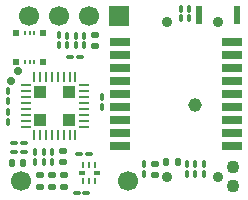
<source format=gbr>
%TF.GenerationSoftware,KiCad,Pcbnew,9.0.6-rc1*%
%TF.CreationDate,2025-12-13T16:16:27+01:00*%
%TF.ProjectId,hardware_V8,68617264-7761-4726-955f-56382e6b6963,rev?*%
%TF.SameCoordinates,Original*%
%TF.FileFunction,Soldermask,Top*%
%TF.FilePolarity,Negative*%
%FSLAX46Y46*%
G04 Gerber Fmt 4.6, Leading zero omitted, Abs format (unit mm)*
G04 Created by KiCad (PCBNEW 9.0.6-rc1) date 2025-12-13 16:16:27*
%MOMM*%
%LPD*%
G01*
G04 APERTURE LIST*
G04 Aperture macros list*
%AMRoundRect*
0 Rectangle with rounded corners*
0 $1 Rounding radius*
0 $2 $3 $4 $5 $6 $7 $8 $9 X,Y pos of 4 corners*
0 Add a 4 corners polygon primitive as box body*
4,1,4,$2,$3,$4,$5,$6,$7,$8,$9,$2,$3,0*
0 Add four circle primitives for the rounded corners*
1,1,$1+$1,$2,$3*
1,1,$1+$1,$4,$5*
1,1,$1+$1,$6,$7*
1,1,$1+$1,$8,$9*
0 Add four rect primitives between the rounded corners*
20,1,$1+$1,$2,$3,$4,$5,0*
20,1,$1+$1,$4,$5,$6,$7,0*
20,1,$1+$1,$6,$7,$8,$9,0*
20,1,$1+$1,$8,$9,$2,$3,0*%
G04 Aperture macros list end*
%ADD10C,1.150000*%
%ADD11C,1.100000*%
%ADD12RoundRect,0.135000X0.135000X0.185000X-0.135000X0.185000X-0.135000X-0.185000X0.135000X-0.185000X0*%
%ADD13R,0.550000X1.500000*%
%ADD14R,1.000000X1.000000*%
%ADD15RoundRect,0.062500X0.062500X-0.375000X0.062500X0.375000X-0.062500X0.375000X-0.062500X-0.375000X0*%
%ADD16RoundRect,0.062500X0.375000X-0.062500X0.375000X0.062500X-0.375000X0.062500X-0.375000X-0.062500X0*%
%ADD17RoundRect,0.100000X-0.100000X0.217500X-0.100000X-0.217500X0.100000X-0.217500X0.100000X0.217500X0*%
%ADD18C,0.900000*%
%ADD19R,1.700000X1.700000*%
%ADD20C,1.700000*%
%ADD21C,0.700000*%
%ADD22RoundRect,0.100000X0.100000X-0.217500X0.100000X0.217500X-0.100000X0.217500X-0.100000X-0.217500X0*%
%ADD23RoundRect,0.100000X-0.217500X-0.100000X0.217500X-0.100000X0.217500X0.100000X-0.217500X0.100000X0*%
%ADD24RoundRect,0.100000X0.217500X0.100000X-0.217500X0.100000X-0.217500X-0.100000X0.217500X-0.100000X0*%
%ADD25RoundRect,0.147500X-0.147500X-0.172500X0.147500X-0.172500X0.147500X0.172500X-0.147500X0.172500X0*%
%ADD26RoundRect,0.147500X-0.172500X0.147500X-0.172500X-0.147500X0.172500X-0.147500X0.172500X0.147500X0*%
%ADD27R,0.240000X0.450000*%
%ADD28R,0.500000X0.470000*%
%ADD29R,1.800000X0.700000*%
%ADD30R,1.800000X0.800000*%
%ADD31R,0.250000X0.550000*%
%ADD32R,0.200000X0.550000*%
%ADD33R,0.600000X0.300000*%
%ADD34RoundRect,0.140000X0.170000X-0.140000X0.170000X0.140000X-0.170000X0.140000X-0.170000X-0.140000X0*%
%ADD35RoundRect,0.140000X-0.170000X0.140000X-0.170000X-0.140000X0.170000X-0.140000X0.170000X0.140000X0*%
G04 APERTURE END LIST*
D10*
%TO.C,U3*%
X110200000Y-100600000D03*
%TD*%
D11*
%TO.C,TP1*%
X113450000Y-105800000D03*
%TD*%
%TO.C,TP2*%
X113450000Y-107450000D03*
%TD*%
D12*
%TO.C,R8*%
X108760000Y-105400000D03*
X107740000Y-105400000D03*
%TD*%
D13*
%TO.C,SW4*%
X110525000Y-92950000D03*
X113775000Y-92950000D03*
%TD*%
D14*
%TO.C,U1*%
X97117500Y-101870000D03*
X99557500Y-101870000D03*
X99557500Y-99430000D03*
X97117500Y-99430000D03*
D15*
X96587500Y-103087500D03*
X97087500Y-103087500D03*
X97587500Y-103087500D03*
X98087500Y-103087500D03*
X98587500Y-103087500D03*
X99087500Y-103087500D03*
X99587500Y-103087500D03*
X100087500Y-103087500D03*
D16*
X100775000Y-102400000D03*
X100775000Y-101900000D03*
X100775000Y-101400000D03*
X100775000Y-100900000D03*
X100775000Y-100400000D03*
X100775000Y-99900000D03*
X100775000Y-99400000D03*
X100775000Y-98900000D03*
D15*
X100087500Y-98212500D03*
X99587500Y-98212500D03*
X99087500Y-98212500D03*
X98587500Y-98212500D03*
X98087500Y-98212500D03*
X97587500Y-98212500D03*
X97087500Y-98212500D03*
X96587500Y-98212500D03*
D16*
X95900000Y-98900000D03*
X95900000Y-99400000D03*
X95900000Y-99900000D03*
X95900000Y-100400000D03*
X95900000Y-100900000D03*
X95900000Y-101400000D03*
X95900000Y-101900000D03*
X95900000Y-102400000D03*
%TD*%
D17*
%TO.C,R1*%
X94400000Y-100207500D03*
X94400000Y-99392500D03*
%TD*%
D18*
%TO.C,S3*%
X112125000Y-106675000D03*
X107875000Y-106675000D03*
%TD*%
%TO.C,S1*%
X107875000Y-93500000D03*
X112125000Y-93500000D03*
%TD*%
D19*
%TO.C,U4*%
X103810000Y-93000000D03*
D20*
X101270000Y-93000000D03*
X98730000Y-93000000D03*
X96190000Y-93000000D03*
X104500000Y-107000000D03*
X95500000Y-107000000D03*
%TD*%
D21*
%TO.C,TP4*%
X95200000Y-97700000D03*
%TD*%
%TO.C,TP3*%
X94600000Y-98500000D03*
%TD*%
D17*
%TO.C,R23*%
X96700000Y-104542500D03*
X96700000Y-105357500D03*
%TD*%
D22*
%TO.C,R22*%
X98700000Y-95475000D03*
X98700000Y-94660000D03*
%TD*%
D23*
%TO.C,R21*%
X100200000Y-108000000D03*
X101015000Y-108000000D03*
%TD*%
D24*
%TO.C,R20*%
X101207500Y-104700000D03*
X100392500Y-104700000D03*
%TD*%
D17*
%TO.C,R19*%
X99400000Y-94692500D03*
X99400000Y-95507500D03*
%TD*%
%TO.C,R16*%
X110250000Y-105592500D03*
X110250000Y-106407500D03*
%TD*%
%TO.C,R10*%
X110950000Y-105592500D03*
X110950000Y-106407500D03*
%TD*%
D22*
%TO.C,R6*%
X109000000Y-93207500D03*
X109000000Y-92392500D03*
%TD*%
D23*
%TO.C,R4*%
X94892500Y-104500000D03*
X95707500Y-104500000D03*
%TD*%
D24*
%TO.C,R3*%
X100440000Y-96500000D03*
X99625000Y-96500000D03*
%TD*%
D17*
%TO.C,R2*%
X94400000Y-101192500D03*
X94400000Y-102007500D03*
%TD*%
D25*
%TO.C,LEDRED1*%
X94715000Y-105470000D03*
X95685000Y-105470000D03*
%TD*%
D26*
%TO.C,LEDGREEN1*%
X99100000Y-106515000D03*
X99100000Y-107485000D03*
%TD*%
%TO.C,LEDBLUE1*%
X98100000Y-106515000D03*
X98100000Y-107485000D03*
%TD*%
D27*
%TO.C,J2*%
X96600000Y-94475000D03*
X96200000Y-94475000D03*
X95800000Y-94475000D03*
X95800000Y-96925000D03*
X96200000Y-96925000D03*
X96600000Y-96925000D03*
D28*
X97350000Y-94505000D03*
X95050000Y-94505000D03*
X95050000Y-96895000D03*
X97350000Y-96895000D03*
%TD*%
D29*
%TO.C,IC4*%
X103827500Y-95237500D03*
D30*
X103827500Y-96337500D03*
X103827500Y-97437500D03*
X103827500Y-98537500D03*
X103827500Y-99637500D03*
X103827500Y-100737500D03*
X103827500Y-101837500D03*
X103827500Y-102937500D03*
D29*
X103827500Y-104037500D03*
X113327500Y-104037500D03*
D30*
X113327500Y-102937500D03*
X113327500Y-101837500D03*
X113327500Y-100737500D03*
X113327500Y-99637500D03*
X113327500Y-98537500D03*
X113327500Y-97437500D03*
X113327500Y-96337500D03*
D29*
X113327500Y-95237500D03*
%TD*%
D31*
%TO.C,IC1*%
X100750000Y-106975000D03*
D32*
X101250000Y-106975000D03*
D31*
X101750000Y-106975000D03*
D33*
X101900000Y-106300000D03*
D31*
X101750000Y-105625000D03*
D32*
X101250000Y-105625000D03*
D31*
X100750000Y-105625000D03*
D33*
X100600000Y-106300000D03*
%TD*%
D34*
%TO.C,C29*%
X97100000Y-107480000D03*
X97100000Y-106520000D03*
%TD*%
D35*
%TO.C,C28*%
X106800000Y-105520000D03*
X106800000Y-106480000D03*
%TD*%
D22*
%TO.C,C27*%
X97400000Y-105357500D03*
X97400000Y-104542500D03*
%TD*%
D17*
%TO.C,C26*%
X105900000Y-105592500D03*
X105900000Y-106407500D03*
%TD*%
D22*
%TO.C,C25*%
X102340000Y-100707500D03*
X102340000Y-99892500D03*
%TD*%
D35*
%TO.C,C19*%
X101700000Y-94620000D03*
X101700000Y-95580000D03*
%TD*%
D22*
%TO.C,C18*%
X109700000Y-93207500D03*
X109700000Y-92392500D03*
%TD*%
D34*
%TO.C,C16*%
X99000000Y-105380000D03*
X99000000Y-104420000D03*
%TD*%
D22*
%TO.C,C15*%
X98100000Y-105357500D03*
X98100000Y-104542500D03*
%TD*%
%TO.C,C14*%
X100100000Y-95507500D03*
X100100000Y-94692500D03*
%TD*%
D17*
%TO.C,C13*%
X100800000Y-94692500D03*
X100800000Y-95507500D03*
%TD*%
D23*
%TO.C,C10*%
X94892500Y-103800000D03*
X95707500Y-103800000D03*
%TD*%
D22*
%TO.C,C8*%
X109550000Y-106375000D03*
X109550000Y-105560000D03*
%TD*%
M02*

</source>
